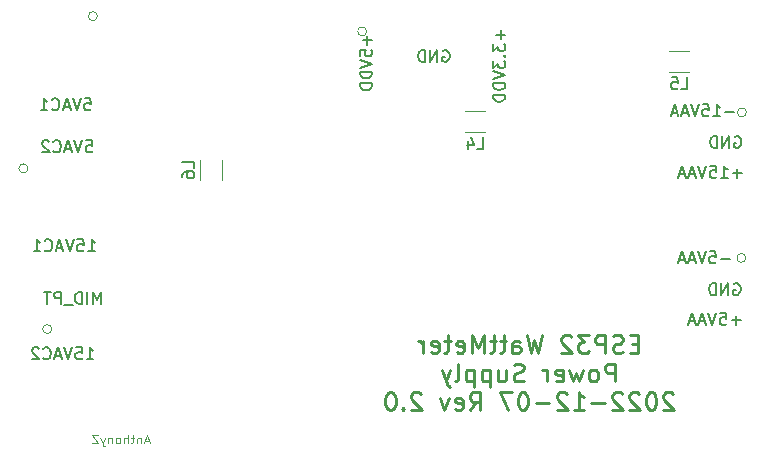
<source format=gbr>
%TF.GenerationSoftware,KiCad,Pcbnew,(6.0.9)*%
%TF.CreationDate,2022-12-07T15:32:04-05:00*%
%TF.ProjectId,CurrentSense_PS,43757272-656e-4745-9365-6e73655f5053,rev?*%
%TF.SameCoordinates,Original*%
%TF.FileFunction,Legend,Bot*%
%TF.FilePolarity,Positive*%
%FSLAX46Y46*%
G04 Gerber Fmt 4.6, Leading zero omitted, Abs format (unit mm)*
G04 Created by KiCad (PCBNEW (6.0.9)) date 2022-12-07 15:32:04*
%MOMM*%
%LPD*%
G01*
G04 APERTURE LIST*
%ADD10C,0.150000*%
%ADD11C,0.250000*%
%ADD12C,0.120000*%
G04 APERTURE END LIST*
D10*
X121649857Y-84272428D02*
X120887952Y-84272428D01*
X119935571Y-83653380D02*
X120411761Y-83653380D01*
X120459380Y-84129571D01*
X120411761Y-84081952D01*
X120316523Y-84034333D01*
X120078428Y-84034333D01*
X119983190Y-84081952D01*
X119935571Y-84129571D01*
X119887952Y-84224809D01*
X119887952Y-84462904D01*
X119935571Y-84558142D01*
X119983190Y-84605761D01*
X120078428Y-84653380D01*
X120316523Y-84653380D01*
X120411761Y-84605761D01*
X120459380Y-84558142D01*
X119602238Y-83653380D02*
X119268904Y-84653380D01*
X118935571Y-83653380D01*
X118649857Y-84367666D02*
X118173666Y-84367666D01*
X118745095Y-84653380D02*
X118411761Y-83653380D01*
X118078428Y-84653380D01*
X117792714Y-84367666D02*
X117316523Y-84367666D01*
X117887952Y-84653380D02*
X117554619Y-83653380D01*
X117221285Y-84653380D01*
X121970704Y-86393400D02*
X122065942Y-86345780D01*
X122208800Y-86345780D01*
X122351657Y-86393400D01*
X122446895Y-86488638D01*
X122494514Y-86583876D01*
X122542133Y-86774352D01*
X122542133Y-86917209D01*
X122494514Y-87107685D01*
X122446895Y-87202923D01*
X122351657Y-87298161D01*
X122208800Y-87345780D01*
X122113561Y-87345780D01*
X121970704Y-87298161D01*
X121923085Y-87250542D01*
X121923085Y-86917209D01*
X122113561Y-86917209D01*
X121494514Y-87345780D02*
X121494514Y-86345780D01*
X120923085Y-87345780D01*
X120923085Y-86345780D01*
X120446895Y-87345780D02*
X120446895Y-86345780D01*
X120208800Y-86345780D01*
X120065942Y-86393400D01*
X119970704Y-86488638D01*
X119923085Y-86583876D01*
X119875466Y-86774352D01*
X119875466Y-86917209D01*
X119923085Y-87107685D01*
X119970704Y-87202923D01*
X120065942Y-87298161D01*
X120208800Y-87345780D01*
X120446895Y-87345780D01*
X122634047Y-77033428D02*
X121872142Y-77033428D01*
X122253095Y-77414380D02*
X122253095Y-76652476D01*
X120872142Y-77414380D02*
X121443571Y-77414380D01*
X121157857Y-77414380D02*
X121157857Y-76414380D01*
X121253095Y-76557238D01*
X121348333Y-76652476D01*
X121443571Y-76700095D01*
X119967380Y-76414380D02*
X120443571Y-76414380D01*
X120491190Y-76890571D01*
X120443571Y-76842952D01*
X120348333Y-76795333D01*
X120110238Y-76795333D01*
X120015000Y-76842952D01*
X119967380Y-76890571D01*
X119919761Y-76985809D01*
X119919761Y-77223904D01*
X119967380Y-77319142D01*
X120015000Y-77366761D01*
X120110238Y-77414380D01*
X120348333Y-77414380D01*
X120443571Y-77366761D01*
X120491190Y-77319142D01*
X119634047Y-76414380D02*
X119300714Y-77414380D01*
X118967380Y-76414380D01*
X118681666Y-77128666D02*
X118205476Y-77128666D01*
X118776904Y-77414380D02*
X118443571Y-76414380D01*
X118110238Y-77414380D01*
X117824523Y-77128666D02*
X117348333Y-77128666D01*
X117919761Y-77414380D02*
X117586428Y-76414380D01*
X117253095Y-77414380D01*
X122538857Y-89479428D02*
X121776952Y-89479428D01*
X122157904Y-89860380D02*
X122157904Y-89098476D01*
X120824571Y-88860380D02*
X121300761Y-88860380D01*
X121348380Y-89336571D01*
X121300761Y-89288952D01*
X121205523Y-89241333D01*
X120967428Y-89241333D01*
X120872190Y-89288952D01*
X120824571Y-89336571D01*
X120776952Y-89431809D01*
X120776952Y-89669904D01*
X120824571Y-89765142D01*
X120872190Y-89812761D01*
X120967428Y-89860380D01*
X121205523Y-89860380D01*
X121300761Y-89812761D01*
X121348380Y-89765142D01*
X120491238Y-88860380D02*
X120157904Y-89860380D01*
X119824571Y-88860380D01*
X119538857Y-89574666D02*
X119062666Y-89574666D01*
X119634095Y-89860380D02*
X119300761Y-88860380D01*
X118967428Y-89860380D01*
X118681714Y-89574666D02*
X118205523Y-89574666D01*
X118776952Y-89860380D02*
X118443619Y-88860380D01*
X118110285Y-89860380D01*
X67000238Y-70699380D02*
X67476428Y-70699380D01*
X67524047Y-71175571D01*
X67476428Y-71127952D01*
X67381190Y-71080333D01*
X67143095Y-71080333D01*
X67047857Y-71127952D01*
X67000238Y-71175571D01*
X66952619Y-71270809D01*
X66952619Y-71508904D01*
X67000238Y-71604142D01*
X67047857Y-71651761D01*
X67143095Y-71699380D01*
X67381190Y-71699380D01*
X67476428Y-71651761D01*
X67524047Y-71604142D01*
X66666904Y-70699380D02*
X66333571Y-71699380D01*
X66000238Y-70699380D01*
X65714523Y-71413666D02*
X65238333Y-71413666D01*
X65809761Y-71699380D02*
X65476428Y-70699380D01*
X65143095Y-71699380D01*
X64238333Y-71604142D02*
X64285952Y-71651761D01*
X64428809Y-71699380D01*
X64524047Y-71699380D01*
X64666904Y-71651761D01*
X64762142Y-71556523D01*
X64809761Y-71461285D01*
X64857380Y-71270809D01*
X64857380Y-71127952D01*
X64809761Y-70937476D01*
X64762142Y-70842238D01*
X64666904Y-70747000D01*
X64524047Y-70699380D01*
X64428809Y-70699380D01*
X64285952Y-70747000D01*
X64238333Y-70794619D01*
X63285952Y-71699380D02*
X63857380Y-71699380D01*
X63571666Y-71699380D02*
X63571666Y-70699380D01*
X63666904Y-70842238D01*
X63762142Y-70937476D01*
X63857380Y-70985095D01*
X121999047Y-71826428D02*
X121237142Y-71826428D01*
X120237142Y-72207380D02*
X120808571Y-72207380D01*
X120522857Y-72207380D02*
X120522857Y-71207380D01*
X120618095Y-71350238D01*
X120713333Y-71445476D01*
X120808571Y-71493095D01*
X119332380Y-71207380D02*
X119808571Y-71207380D01*
X119856190Y-71683571D01*
X119808571Y-71635952D01*
X119713333Y-71588333D01*
X119475238Y-71588333D01*
X119380000Y-71635952D01*
X119332380Y-71683571D01*
X119284761Y-71778809D01*
X119284761Y-72016904D01*
X119332380Y-72112142D01*
X119380000Y-72159761D01*
X119475238Y-72207380D01*
X119713333Y-72207380D01*
X119808571Y-72159761D01*
X119856190Y-72112142D01*
X118999047Y-71207380D02*
X118665714Y-72207380D01*
X118332380Y-71207380D01*
X118046666Y-71921666D02*
X117570476Y-71921666D01*
X118141904Y-72207380D02*
X117808571Y-71207380D01*
X117475238Y-72207380D01*
X117189523Y-71921666D02*
X116713333Y-71921666D01*
X117284761Y-72207380D02*
X116951428Y-71207380D01*
X116618095Y-72207380D01*
X67174809Y-92781380D02*
X67746238Y-92781380D01*
X67460523Y-92781380D02*
X67460523Y-91781380D01*
X67555761Y-91924238D01*
X67651000Y-92019476D01*
X67746238Y-92067095D01*
X66270047Y-91781380D02*
X66746238Y-91781380D01*
X66793857Y-92257571D01*
X66746238Y-92209952D01*
X66651000Y-92162333D01*
X66412904Y-92162333D01*
X66317666Y-92209952D01*
X66270047Y-92257571D01*
X66222428Y-92352809D01*
X66222428Y-92590904D01*
X66270047Y-92686142D01*
X66317666Y-92733761D01*
X66412904Y-92781380D01*
X66651000Y-92781380D01*
X66746238Y-92733761D01*
X66793857Y-92686142D01*
X65936714Y-91781380D02*
X65603380Y-92781380D01*
X65270047Y-91781380D01*
X64984333Y-92495666D02*
X64508142Y-92495666D01*
X65079571Y-92781380D02*
X64746238Y-91781380D01*
X64412904Y-92781380D01*
X63508142Y-92686142D02*
X63555761Y-92733761D01*
X63698619Y-92781380D01*
X63793857Y-92781380D01*
X63936714Y-92733761D01*
X64031952Y-92638523D01*
X64079571Y-92543285D01*
X64127190Y-92352809D01*
X64127190Y-92209952D01*
X64079571Y-92019476D01*
X64031952Y-91924238D01*
X63936714Y-91829000D01*
X63793857Y-91781380D01*
X63698619Y-91781380D01*
X63555761Y-91829000D01*
X63508142Y-91876619D01*
X63127190Y-91876619D02*
X63079571Y-91829000D01*
X62984333Y-91781380D01*
X62746238Y-91781380D01*
X62651000Y-91829000D01*
X62603380Y-91876619D01*
X62555761Y-91971857D01*
X62555761Y-92067095D01*
X62603380Y-92209952D01*
X63174809Y-92781380D01*
X62555761Y-92781380D01*
X67301809Y-83637380D02*
X67873238Y-83637380D01*
X67587523Y-83637380D02*
X67587523Y-82637380D01*
X67682761Y-82780238D01*
X67778000Y-82875476D01*
X67873238Y-82923095D01*
X66397047Y-82637380D02*
X66873238Y-82637380D01*
X66920857Y-83113571D01*
X66873238Y-83065952D01*
X66778000Y-83018333D01*
X66539904Y-83018333D01*
X66444666Y-83065952D01*
X66397047Y-83113571D01*
X66349428Y-83208809D01*
X66349428Y-83446904D01*
X66397047Y-83542142D01*
X66444666Y-83589761D01*
X66539904Y-83637380D01*
X66778000Y-83637380D01*
X66873238Y-83589761D01*
X66920857Y-83542142D01*
X66063714Y-82637380D02*
X65730380Y-83637380D01*
X65397047Y-82637380D01*
X65111333Y-83351666D02*
X64635142Y-83351666D01*
X65206571Y-83637380D02*
X64873238Y-82637380D01*
X64539904Y-83637380D01*
X63635142Y-83542142D02*
X63682761Y-83589761D01*
X63825619Y-83637380D01*
X63920857Y-83637380D01*
X64063714Y-83589761D01*
X64158952Y-83494523D01*
X64206571Y-83399285D01*
X64254190Y-83208809D01*
X64254190Y-83065952D01*
X64206571Y-82875476D01*
X64158952Y-82780238D01*
X64063714Y-82685000D01*
X63920857Y-82637380D01*
X63825619Y-82637380D01*
X63682761Y-82685000D01*
X63635142Y-82732619D01*
X62682761Y-83637380D02*
X63254190Y-83637380D01*
X62968476Y-83637380D02*
X62968476Y-82637380D01*
X63063714Y-82780238D01*
X63158952Y-82875476D01*
X63254190Y-82923095D01*
X122046904Y-73922000D02*
X122142142Y-73874380D01*
X122285000Y-73874380D01*
X122427857Y-73922000D01*
X122523095Y-74017238D01*
X122570714Y-74112476D01*
X122618333Y-74302952D01*
X122618333Y-74445809D01*
X122570714Y-74636285D01*
X122523095Y-74731523D01*
X122427857Y-74826761D01*
X122285000Y-74874380D01*
X122189761Y-74874380D01*
X122046904Y-74826761D01*
X121999285Y-74779142D01*
X121999285Y-74445809D01*
X122189761Y-74445809D01*
X121570714Y-74874380D02*
X121570714Y-73874380D01*
X120999285Y-74874380D01*
X120999285Y-73874380D01*
X120523095Y-74874380D02*
X120523095Y-73874380D01*
X120285000Y-73874380D01*
X120142142Y-73922000D01*
X120046904Y-74017238D01*
X119999285Y-74112476D01*
X119951666Y-74302952D01*
X119951666Y-74445809D01*
X119999285Y-74636285D01*
X120046904Y-74731523D01*
X120142142Y-74826761D01*
X120285000Y-74874380D01*
X120523095Y-74874380D01*
X90952628Y-65379885D02*
X90952628Y-66141790D01*
X91333580Y-65760838D02*
X90571676Y-65760838D01*
X90333580Y-67094171D02*
X90333580Y-66617980D01*
X90809771Y-66570361D01*
X90762152Y-66617980D01*
X90714533Y-66713219D01*
X90714533Y-66951314D01*
X90762152Y-67046552D01*
X90809771Y-67094171D01*
X90905009Y-67141790D01*
X91143104Y-67141790D01*
X91238342Y-67094171D01*
X91285961Y-67046552D01*
X91333580Y-66951314D01*
X91333580Y-66713219D01*
X91285961Y-66617980D01*
X91238342Y-66570361D01*
X90333580Y-67427504D02*
X91333580Y-67760838D01*
X90333580Y-68094171D01*
X91333580Y-68427504D02*
X90333580Y-68427504D01*
X90333580Y-68665600D01*
X90381200Y-68808457D01*
X90476438Y-68903695D01*
X90571676Y-68951314D01*
X90762152Y-68998933D01*
X90905009Y-68998933D01*
X91095485Y-68951314D01*
X91190723Y-68903695D01*
X91285961Y-68808457D01*
X91333580Y-68665600D01*
X91333580Y-68427504D01*
X91333580Y-69427504D02*
X90333580Y-69427504D01*
X90333580Y-69665600D01*
X90381200Y-69808457D01*
X90476438Y-69903695D01*
X90571676Y-69951314D01*
X90762152Y-69998933D01*
X90905009Y-69998933D01*
X91095485Y-69951314D01*
X91190723Y-69903695D01*
X91285961Y-69808457D01*
X91333580Y-69665600D01*
X91333580Y-69427504D01*
X68373333Y-88082380D02*
X68373333Y-87082380D01*
X68040000Y-87796666D01*
X67706666Y-87082380D01*
X67706666Y-88082380D01*
X67230476Y-88082380D02*
X67230476Y-87082380D01*
X66754285Y-88082380D02*
X66754285Y-87082380D01*
X66516190Y-87082380D01*
X66373333Y-87130000D01*
X66278095Y-87225238D01*
X66230476Y-87320476D01*
X66182857Y-87510952D01*
X66182857Y-87653809D01*
X66230476Y-87844285D01*
X66278095Y-87939523D01*
X66373333Y-88034761D01*
X66516190Y-88082380D01*
X66754285Y-88082380D01*
X65992380Y-88177619D02*
X65230476Y-88177619D01*
X64992380Y-88082380D02*
X64992380Y-87082380D01*
X64611428Y-87082380D01*
X64516190Y-87130000D01*
X64468571Y-87177619D01*
X64420952Y-87272857D01*
X64420952Y-87415714D01*
X64468571Y-87510952D01*
X64516190Y-87558571D01*
X64611428Y-87606190D01*
X64992380Y-87606190D01*
X64135238Y-87082380D02*
X63563809Y-87082380D01*
X63849523Y-88082380D02*
X63849523Y-87082380D01*
D11*
X113862285Y-91457857D02*
X113362285Y-91457857D01*
X113148000Y-92243571D02*
X113862285Y-92243571D01*
X113862285Y-90743571D01*
X113148000Y-90743571D01*
X112576571Y-92172142D02*
X112362285Y-92243571D01*
X112005142Y-92243571D01*
X111862285Y-92172142D01*
X111790857Y-92100714D01*
X111719428Y-91957857D01*
X111719428Y-91815000D01*
X111790857Y-91672142D01*
X111862285Y-91600714D01*
X112005142Y-91529285D01*
X112290857Y-91457857D01*
X112433714Y-91386428D01*
X112505142Y-91315000D01*
X112576571Y-91172142D01*
X112576571Y-91029285D01*
X112505142Y-90886428D01*
X112433714Y-90815000D01*
X112290857Y-90743571D01*
X111933714Y-90743571D01*
X111719428Y-90815000D01*
X111076571Y-92243571D02*
X111076571Y-90743571D01*
X110505142Y-90743571D01*
X110362285Y-90815000D01*
X110290857Y-90886428D01*
X110219428Y-91029285D01*
X110219428Y-91243571D01*
X110290857Y-91386428D01*
X110362285Y-91457857D01*
X110505142Y-91529285D01*
X111076571Y-91529285D01*
X109719428Y-90743571D02*
X108790857Y-90743571D01*
X109290857Y-91315000D01*
X109076571Y-91315000D01*
X108933714Y-91386428D01*
X108862285Y-91457857D01*
X108790857Y-91600714D01*
X108790857Y-91957857D01*
X108862285Y-92100714D01*
X108933714Y-92172142D01*
X109076571Y-92243571D01*
X109505142Y-92243571D01*
X109648000Y-92172142D01*
X109719428Y-92100714D01*
X108219428Y-90886428D02*
X108148000Y-90815000D01*
X108005142Y-90743571D01*
X107648000Y-90743571D01*
X107505142Y-90815000D01*
X107433714Y-90886428D01*
X107362285Y-91029285D01*
X107362285Y-91172142D01*
X107433714Y-91386428D01*
X108290857Y-92243571D01*
X107362285Y-92243571D01*
X105719428Y-90743571D02*
X105362285Y-92243571D01*
X105076571Y-91172142D01*
X104790857Y-92243571D01*
X104433714Y-90743571D01*
X103219428Y-92243571D02*
X103219428Y-91457857D01*
X103290857Y-91315000D01*
X103433714Y-91243571D01*
X103719428Y-91243571D01*
X103862285Y-91315000D01*
X103219428Y-92172142D02*
X103362285Y-92243571D01*
X103719428Y-92243571D01*
X103862285Y-92172142D01*
X103933714Y-92029285D01*
X103933714Y-91886428D01*
X103862285Y-91743571D01*
X103719428Y-91672142D01*
X103362285Y-91672142D01*
X103219428Y-91600714D01*
X102719428Y-91243571D02*
X102148000Y-91243571D01*
X102505142Y-90743571D02*
X102505142Y-92029285D01*
X102433714Y-92172142D01*
X102290857Y-92243571D01*
X102148000Y-92243571D01*
X101862285Y-91243571D02*
X101290857Y-91243571D01*
X101648000Y-90743571D02*
X101648000Y-92029285D01*
X101576571Y-92172142D01*
X101433714Y-92243571D01*
X101290857Y-92243571D01*
X100790857Y-92243571D02*
X100790857Y-90743571D01*
X100290857Y-91815000D01*
X99790857Y-90743571D01*
X99790857Y-92243571D01*
X98505142Y-92172142D02*
X98648000Y-92243571D01*
X98933714Y-92243571D01*
X99076571Y-92172142D01*
X99148000Y-92029285D01*
X99148000Y-91457857D01*
X99076571Y-91315000D01*
X98933714Y-91243571D01*
X98648000Y-91243571D01*
X98505142Y-91315000D01*
X98433714Y-91457857D01*
X98433714Y-91600714D01*
X99148000Y-91743571D01*
X98005142Y-91243571D02*
X97433714Y-91243571D01*
X97790857Y-90743571D02*
X97790857Y-92029285D01*
X97719428Y-92172142D01*
X97576571Y-92243571D01*
X97433714Y-92243571D01*
X96362285Y-92172142D02*
X96505142Y-92243571D01*
X96790857Y-92243571D01*
X96933714Y-92172142D01*
X97005142Y-92029285D01*
X97005142Y-91457857D01*
X96933714Y-91315000D01*
X96790857Y-91243571D01*
X96505142Y-91243571D01*
X96362285Y-91315000D01*
X96290857Y-91457857D01*
X96290857Y-91600714D01*
X97005142Y-91743571D01*
X95648000Y-92243571D02*
X95648000Y-91243571D01*
X95648000Y-91529285D02*
X95576571Y-91386428D01*
X95505142Y-91315000D01*
X95362285Y-91243571D01*
X95219428Y-91243571D01*
X111898000Y-94658571D02*
X111898000Y-93158571D01*
X111326571Y-93158571D01*
X111183714Y-93230000D01*
X111112285Y-93301428D01*
X111040857Y-93444285D01*
X111040857Y-93658571D01*
X111112285Y-93801428D01*
X111183714Y-93872857D01*
X111326571Y-93944285D01*
X111898000Y-93944285D01*
X110183714Y-94658571D02*
X110326571Y-94587142D01*
X110398000Y-94515714D01*
X110469428Y-94372857D01*
X110469428Y-93944285D01*
X110398000Y-93801428D01*
X110326571Y-93730000D01*
X110183714Y-93658571D01*
X109969428Y-93658571D01*
X109826571Y-93730000D01*
X109755142Y-93801428D01*
X109683714Y-93944285D01*
X109683714Y-94372857D01*
X109755142Y-94515714D01*
X109826571Y-94587142D01*
X109969428Y-94658571D01*
X110183714Y-94658571D01*
X109183714Y-93658571D02*
X108898000Y-94658571D01*
X108612285Y-93944285D01*
X108326571Y-94658571D01*
X108040857Y-93658571D01*
X106898000Y-94587142D02*
X107040857Y-94658571D01*
X107326571Y-94658571D01*
X107469428Y-94587142D01*
X107540857Y-94444285D01*
X107540857Y-93872857D01*
X107469428Y-93730000D01*
X107326571Y-93658571D01*
X107040857Y-93658571D01*
X106898000Y-93730000D01*
X106826571Y-93872857D01*
X106826571Y-94015714D01*
X107540857Y-94158571D01*
X106183714Y-94658571D02*
X106183714Y-93658571D01*
X106183714Y-93944285D02*
X106112285Y-93801428D01*
X106040857Y-93730000D01*
X105898000Y-93658571D01*
X105755142Y-93658571D01*
X104183714Y-94587142D02*
X103969428Y-94658571D01*
X103612285Y-94658571D01*
X103469428Y-94587142D01*
X103398000Y-94515714D01*
X103326571Y-94372857D01*
X103326571Y-94230000D01*
X103398000Y-94087142D01*
X103469428Y-94015714D01*
X103612285Y-93944285D01*
X103898000Y-93872857D01*
X104040857Y-93801428D01*
X104112285Y-93730000D01*
X104183714Y-93587142D01*
X104183714Y-93444285D01*
X104112285Y-93301428D01*
X104040857Y-93230000D01*
X103898000Y-93158571D01*
X103540857Y-93158571D01*
X103326571Y-93230000D01*
X102040857Y-93658571D02*
X102040857Y-94658571D01*
X102683714Y-93658571D02*
X102683714Y-94444285D01*
X102612285Y-94587142D01*
X102469428Y-94658571D01*
X102255142Y-94658571D01*
X102112285Y-94587142D01*
X102040857Y-94515714D01*
X101326571Y-93658571D02*
X101326571Y-95158571D01*
X101326571Y-93730000D02*
X101183714Y-93658571D01*
X100898000Y-93658571D01*
X100755142Y-93730000D01*
X100683714Y-93801428D01*
X100612285Y-93944285D01*
X100612285Y-94372857D01*
X100683714Y-94515714D01*
X100755142Y-94587142D01*
X100898000Y-94658571D01*
X101183714Y-94658571D01*
X101326571Y-94587142D01*
X99969428Y-93658571D02*
X99969428Y-95158571D01*
X99969428Y-93730000D02*
X99826571Y-93658571D01*
X99540857Y-93658571D01*
X99398000Y-93730000D01*
X99326571Y-93801428D01*
X99255142Y-93944285D01*
X99255142Y-94372857D01*
X99326571Y-94515714D01*
X99398000Y-94587142D01*
X99540857Y-94658571D01*
X99826571Y-94658571D01*
X99969428Y-94587142D01*
X98398000Y-94658571D02*
X98540857Y-94587142D01*
X98612285Y-94444285D01*
X98612285Y-93158571D01*
X97969428Y-93658571D02*
X97612285Y-94658571D01*
X97255142Y-93658571D02*
X97612285Y-94658571D01*
X97755142Y-95015714D01*
X97826571Y-95087142D01*
X97969428Y-95158571D01*
X116826571Y-95716428D02*
X116755142Y-95645000D01*
X116612285Y-95573571D01*
X116255142Y-95573571D01*
X116112285Y-95645000D01*
X116040857Y-95716428D01*
X115969428Y-95859285D01*
X115969428Y-96002142D01*
X116040857Y-96216428D01*
X116898000Y-97073571D01*
X115969428Y-97073571D01*
X115040857Y-95573571D02*
X114898000Y-95573571D01*
X114755142Y-95645000D01*
X114683714Y-95716428D01*
X114612285Y-95859285D01*
X114540857Y-96145000D01*
X114540857Y-96502142D01*
X114612285Y-96787857D01*
X114683714Y-96930714D01*
X114755142Y-97002142D01*
X114898000Y-97073571D01*
X115040857Y-97073571D01*
X115183714Y-97002142D01*
X115255142Y-96930714D01*
X115326571Y-96787857D01*
X115398000Y-96502142D01*
X115398000Y-96145000D01*
X115326571Y-95859285D01*
X115255142Y-95716428D01*
X115183714Y-95645000D01*
X115040857Y-95573571D01*
X113969428Y-95716428D02*
X113898000Y-95645000D01*
X113755142Y-95573571D01*
X113398000Y-95573571D01*
X113255142Y-95645000D01*
X113183714Y-95716428D01*
X113112285Y-95859285D01*
X113112285Y-96002142D01*
X113183714Y-96216428D01*
X114040857Y-97073571D01*
X113112285Y-97073571D01*
X112540857Y-95716428D02*
X112469428Y-95645000D01*
X112326571Y-95573571D01*
X111969428Y-95573571D01*
X111826571Y-95645000D01*
X111755142Y-95716428D01*
X111683714Y-95859285D01*
X111683714Y-96002142D01*
X111755142Y-96216428D01*
X112612285Y-97073571D01*
X111683714Y-97073571D01*
X111040857Y-96502142D02*
X109898000Y-96502142D01*
X108398000Y-97073571D02*
X109255142Y-97073571D01*
X108826571Y-97073571D02*
X108826571Y-95573571D01*
X108969428Y-95787857D01*
X109112285Y-95930714D01*
X109255142Y-96002142D01*
X107826571Y-95716428D02*
X107755142Y-95645000D01*
X107612285Y-95573571D01*
X107255142Y-95573571D01*
X107112285Y-95645000D01*
X107040857Y-95716428D01*
X106969428Y-95859285D01*
X106969428Y-96002142D01*
X107040857Y-96216428D01*
X107898000Y-97073571D01*
X106969428Y-97073571D01*
X106326571Y-96502142D02*
X105183714Y-96502142D01*
X104183714Y-95573571D02*
X104040857Y-95573571D01*
X103898000Y-95645000D01*
X103826571Y-95716428D01*
X103755142Y-95859285D01*
X103683714Y-96145000D01*
X103683714Y-96502142D01*
X103755142Y-96787857D01*
X103826571Y-96930714D01*
X103898000Y-97002142D01*
X104040857Y-97073571D01*
X104183714Y-97073571D01*
X104326571Y-97002142D01*
X104398000Y-96930714D01*
X104469428Y-96787857D01*
X104540857Y-96502142D01*
X104540857Y-96145000D01*
X104469428Y-95859285D01*
X104398000Y-95716428D01*
X104326571Y-95645000D01*
X104183714Y-95573571D01*
X103183714Y-95573571D02*
X102183714Y-95573571D01*
X102826571Y-97073571D01*
X99612285Y-97073571D02*
X100112285Y-96359285D01*
X100469428Y-97073571D02*
X100469428Y-95573571D01*
X99898000Y-95573571D01*
X99755142Y-95645000D01*
X99683714Y-95716428D01*
X99612285Y-95859285D01*
X99612285Y-96073571D01*
X99683714Y-96216428D01*
X99755142Y-96287857D01*
X99898000Y-96359285D01*
X100469428Y-96359285D01*
X98398000Y-97002142D02*
X98540857Y-97073571D01*
X98826571Y-97073571D01*
X98969428Y-97002142D01*
X99040857Y-96859285D01*
X99040857Y-96287857D01*
X98969428Y-96145000D01*
X98826571Y-96073571D01*
X98540857Y-96073571D01*
X98398000Y-96145000D01*
X98326571Y-96287857D01*
X98326571Y-96430714D01*
X99040857Y-96573571D01*
X97826571Y-96073571D02*
X97469428Y-97073571D01*
X97112285Y-96073571D01*
X95469428Y-95716428D02*
X95398000Y-95645000D01*
X95255142Y-95573571D01*
X94898000Y-95573571D01*
X94755142Y-95645000D01*
X94683714Y-95716428D01*
X94612285Y-95859285D01*
X94612285Y-96002142D01*
X94683714Y-96216428D01*
X95540857Y-97073571D01*
X94612285Y-97073571D01*
X93969428Y-96930714D02*
X93898000Y-97002142D01*
X93969428Y-97073571D01*
X94040857Y-97002142D01*
X93969428Y-96930714D01*
X93969428Y-97073571D01*
X92969428Y-95573571D02*
X92826571Y-95573571D01*
X92683714Y-95645000D01*
X92612285Y-95716428D01*
X92540857Y-95859285D01*
X92469428Y-96145000D01*
X92469428Y-96502142D01*
X92540857Y-96787857D01*
X92612285Y-96930714D01*
X92683714Y-97002142D01*
X92826571Y-97073571D01*
X92969428Y-97073571D01*
X93112285Y-97002142D01*
X93183714Y-96930714D01*
X93255142Y-96787857D01*
X93326571Y-96502142D01*
X93326571Y-96145000D01*
X93255142Y-95859285D01*
X93183714Y-95716428D01*
X93112285Y-95645000D01*
X92969428Y-95573571D01*
D10*
X102230228Y-64919600D02*
X102230228Y-65681504D01*
X102611180Y-65300552D02*
X101849276Y-65300552D01*
X101611180Y-66062457D02*
X101611180Y-66681504D01*
X101992133Y-66348171D01*
X101992133Y-66491028D01*
X102039752Y-66586266D01*
X102087371Y-66633885D01*
X102182609Y-66681504D01*
X102420704Y-66681504D01*
X102515942Y-66633885D01*
X102563561Y-66586266D01*
X102611180Y-66491028D01*
X102611180Y-66205314D01*
X102563561Y-66110076D01*
X102515942Y-66062457D01*
X102515942Y-67110076D02*
X102563561Y-67157695D01*
X102611180Y-67110076D01*
X102563561Y-67062457D01*
X102515942Y-67110076D01*
X102611180Y-67110076D01*
X101611180Y-67491028D02*
X101611180Y-68110076D01*
X101992133Y-67776742D01*
X101992133Y-67919600D01*
X102039752Y-68014838D01*
X102087371Y-68062457D01*
X102182609Y-68110076D01*
X102420704Y-68110076D01*
X102515942Y-68062457D01*
X102563561Y-68014838D01*
X102611180Y-67919600D01*
X102611180Y-67633885D01*
X102563561Y-67538647D01*
X102515942Y-67491028D01*
X101611180Y-68395790D02*
X102611180Y-68729123D01*
X101611180Y-69062457D01*
X102611180Y-69395790D02*
X101611180Y-69395790D01*
X101611180Y-69633885D01*
X101658800Y-69776742D01*
X101754038Y-69871980D01*
X101849276Y-69919600D01*
X102039752Y-69967219D01*
X102182609Y-69967219D01*
X102373085Y-69919600D01*
X102468323Y-69871980D01*
X102563561Y-69776742D01*
X102611180Y-69633885D01*
X102611180Y-69395790D01*
X102611180Y-70395790D02*
X101611180Y-70395790D01*
X101611180Y-70633885D01*
X101658800Y-70776742D01*
X101754038Y-70871980D01*
X101849276Y-70919600D01*
X102039752Y-70967219D01*
X102182609Y-70967219D01*
X102373085Y-70919600D01*
X102468323Y-70871980D01*
X102563561Y-70776742D01*
X102611180Y-70633885D01*
X102611180Y-70395790D01*
D12*
X72446057Y-99693000D02*
X72088914Y-99693000D01*
X72517485Y-99907285D02*
X72267485Y-99157285D01*
X72017485Y-99907285D01*
X71767485Y-99407285D02*
X71767485Y-99907285D01*
X71767485Y-99478714D02*
X71731771Y-99443000D01*
X71660342Y-99407285D01*
X71553200Y-99407285D01*
X71481771Y-99443000D01*
X71446057Y-99514428D01*
X71446057Y-99907285D01*
X71196057Y-99407285D02*
X70910342Y-99407285D01*
X71088914Y-99157285D02*
X71088914Y-99800142D01*
X71053200Y-99871571D01*
X70981771Y-99907285D01*
X70910342Y-99907285D01*
X70660342Y-99907285D02*
X70660342Y-99157285D01*
X70338914Y-99907285D02*
X70338914Y-99514428D01*
X70374628Y-99443000D01*
X70446057Y-99407285D01*
X70553200Y-99407285D01*
X70624628Y-99443000D01*
X70660342Y-99478714D01*
X69874628Y-99907285D02*
X69946057Y-99871571D01*
X69981771Y-99835857D01*
X70017485Y-99764428D01*
X70017485Y-99550142D01*
X69981771Y-99478714D01*
X69946057Y-99443000D01*
X69874628Y-99407285D01*
X69767485Y-99407285D01*
X69696057Y-99443000D01*
X69660342Y-99478714D01*
X69624628Y-99550142D01*
X69624628Y-99764428D01*
X69660342Y-99835857D01*
X69696057Y-99871571D01*
X69767485Y-99907285D01*
X69874628Y-99907285D01*
X69303200Y-99407285D02*
X69303200Y-99907285D01*
X69303200Y-99478714D02*
X69267485Y-99443000D01*
X69196057Y-99407285D01*
X69088914Y-99407285D01*
X69017485Y-99443000D01*
X68981771Y-99514428D01*
X68981771Y-99907285D01*
X68696057Y-99407285D02*
X68517485Y-99907285D01*
X68338914Y-99407285D02*
X68517485Y-99907285D01*
X68588914Y-100085857D01*
X68624628Y-100121571D01*
X68696057Y-100157285D01*
X68124628Y-99157285D02*
X67624628Y-99157285D01*
X68124628Y-99907285D01*
X67624628Y-99907285D01*
D10*
X97332704Y-66657600D02*
X97427942Y-66609980D01*
X97570800Y-66609980D01*
X97713657Y-66657600D01*
X97808895Y-66752838D01*
X97856514Y-66848076D01*
X97904133Y-67038552D01*
X97904133Y-67181409D01*
X97856514Y-67371885D01*
X97808895Y-67467123D01*
X97713657Y-67562361D01*
X97570800Y-67609980D01*
X97475561Y-67609980D01*
X97332704Y-67562361D01*
X97285085Y-67514742D01*
X97285085Y-67181409D01*
X97475561Y-67181409D01*
X96856514Y-67609980D02*
X96856514Y-66609980D01*
X96285085Y-67609980D01*
X96285085Y-66609980D01*
X95808895Y-67609980D02*
X95808895Y-66609980D01*
X95570800Y-66609980D01*
X95427942Y-66657600D01*
X95332704Y-66752838D01*
X95285085Y-66848076D01*
X95237466Y-67038552D01*
X95237466Y-67181409D01*
X95285085Y-67371885D01*
X95332704Y-67467123D01*
X95427942Y-67562361D01*
X95570800Y-67609980D01*
X95808895Y-67609980D01*
X67127238Y-74255380D02*
X67603428Y-74255380D01*
X67651047Y-74731571D01*
X67603428Y-74683952D01*
X67508190Y-74636333D01*
X67270095Y-74636333D01*
X67174857Y-74683952D01*
X67127238Y-74731571D01*
X67079619Y-74826809D01*
X67079619Y-75064904D01*
X67127238Y-75160142D01*
X67174857Y-75207761D01*
X67270095Y-75255380D01*
X67508190Y-75255380D01*
X67603428Y-75207761D01*
X67651047Y-75160142D01*
X66793904Y-74255380D02*
X66460571Y-75255380D01*
X66127238Y-74255380D01*
X65841523Y-74969666D02*
X65365333Y-74969666D01*
X65936761Y-75255380D02*
X65603428Y-74255380D01*
X65270095Y-75255380D01*
X64365333Y-75160142D02*
X64412952Y-75207761D01*
X64555809Y-75255380D01*
X64651047Y-75255380D01*
X64793904Y-75207761D01*
X64889142Y-75112523D01*
X64936761Y-75017285D01*
X64984380Y-74826809D01*
X64984380Y-74683952D01*
X64936761Y-74493476D01*
X64889142Y-74398238D01*
X64793904Y-74303000D01*
X64651047Y-74255380D01*
X64555809Y-74255380D01*
X64412952Y-74303000D01*
X64365333Y-74350619D01*
X63984380Y-74350619D02*
X63936761Y-74303000D01*
X63841523Y-74255380D01*
X63603428Y-74255380D01*
X63508190Y-74303000D01*
X63460571Y-74350619D01*
X63412952Y-74445857D01*
X63412952Y-74541095D01*
X63460571Y-74683952D01*
X64032000Y-75255380D01*
X63412952Y-75255380D01*
%TO.C,L6*%
X76276380Y-76592333D02*
X76276380Y-76116142D01*
X75276380Y-76116142D01*
X75276380Y-77354238D02*
X75276380Y-77163761D01*
X75324000Y-77068523D01*
X75371619Y-77020904D01*
X75514476Y-76925666D01*
X75704952Y-76878047D01*
X76085904Y-76878047D01*
X76181142Y-76925666D01*
X76228761Y-76973285D01*
X76276380Y-77068523D01*
X76276380Y-77259000D01*
X76228761Y-77354238D01*
X76181142Y-77401857D01*
X76085904Y-77449476D01*
X75847809Y-77449476D01*
X75752571Y-77401857D01*
X75704952Y-77354238D01*
X75657333Y-77259000D01*
X75657333Y-77068523D01*
X75704952Y-76973285D01*
X75752571Y-76925666D01*
X75847809Y-76878047D01*
%TO.C,L5*%
X117514666Y-69916380D02*
X117990857Y-69916380D01*
X117990857Y-68916380D01*
X116705142Y-68916380D02*
X117181333Y-68916380D01*
X117228952Y-69392571D01*
X117181333Y-69344952D01*
X117086095Y-69297333D01*
X116848000Y-69297333D01*
X116752761Y-69344952D01*
X116705142Y-69392571D01*
X116657523Y-69487809D01*
X116657523Y-69725904D01*
X116705142Y-69821142D01*
X116752761Y-69868761D01*
X116848000Y-69916380D01*
X117086095Y-69916380D01*
X117181333Y-69868761D01*
X117228952Y-69821142D01*
%TO.C,L4*%
X100242666Y-74996380D02*
X100718857Y-74996380D01*
X100718857Y-73996380D01*
X99480761Y-74329714D02*
X99480761Y-74996380D01*
X99718857Y-73948761D02*
X99956952Y-74663047D01*
X99337904Y-74663047D01*
D12*
%TO.C,J1*%
X62204600Y-76620000D02*
G75*
G03*
X62204600Y-76620000I-381000J0D01*
G01*
%TO.C,J3*%
X64211200Y-90220800D02*
G75*
G03*
X64211200Y-90220800I-381000J0D01*
G01*
%TO.C,J4*%
X123037600Y-71882000D02*
G75*
G03*
X123037600Y-71882000I-381000J0D01*
G01*
%TO.C,J6*%
X68084700Y-63729700D02*
G75*
G03*
X68084700Y-63729700I-381000J0D01*
G01*
%TO.C,J5*%
X122987000Y-84201000D02*
G75*
G03*
X122987000Y-84201000I-381000J0D01*
G01*
%TO.C,J2*%
X90879800Y-65024000D02*
G75*
G03*
X90879800Y-65024000I-381000J0D01*
G01*
%TO.C,L6*%
X78634000Y-75923758D02*
X78634000Y-77594242D01*
X76814000Y-75923758D02*
X76814000Y-77594242D01*
%TO.C,L5*%
X116512758Y-68474000D02*
X118183242Y-68474000D01*
X116512758Y-66654000D02*
X118183242Y-66654000D01*
%TO.C,L4*%
X99240758Y-73554000D02*
X100911242Y-73554000D01*
X99240758Y-71734000D02*
X100911242Y-71734000D01*
%TD*%
M02*

</source>
